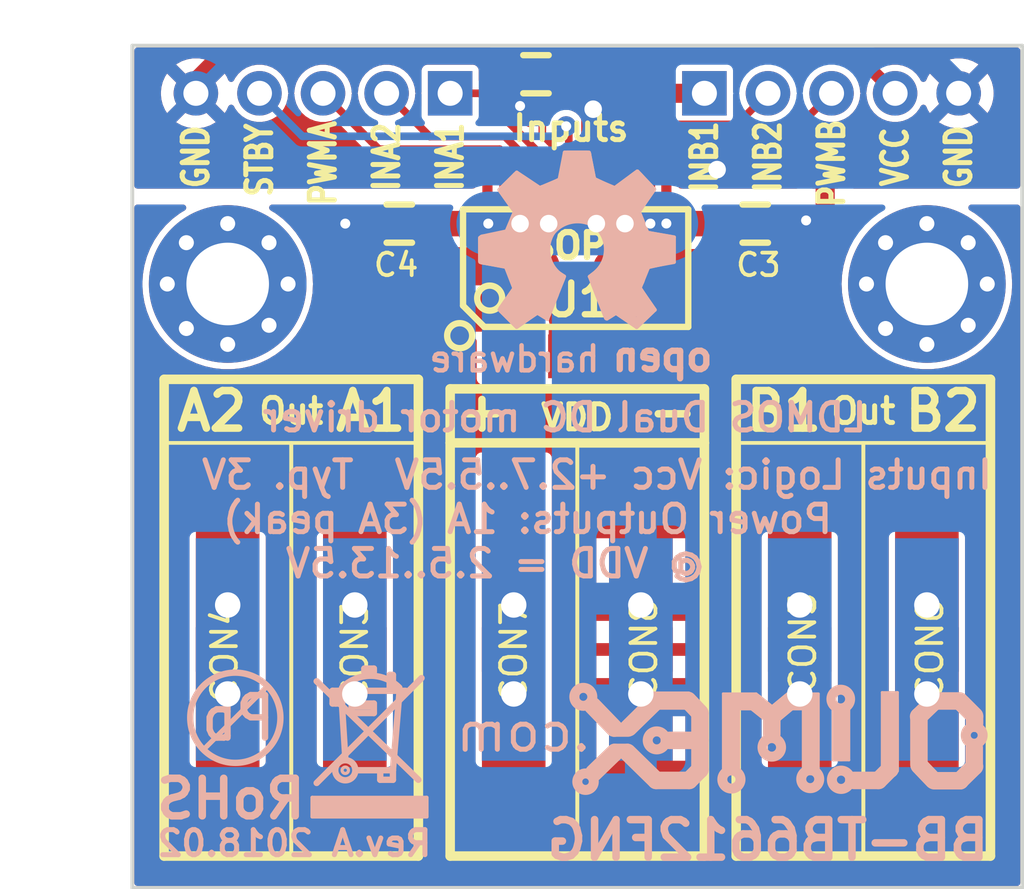
<source format=kicad_pcb>
(kicad_pcb (version 20221018) (generator pcbnew)
  (layers (0 "F.Cu" signal) (31 "B.Cu" signal) (34 "B.Paste" user) (35 "F.Paste" user) (36 "B.SilkS" user "B.Silkscreen") (37 "F.SilkS" user "F.Silkscreen") (38 "B.Mask" user) (39 "F.Mask" user) (44 "Edge.Cuts" user))
  (net 0 "")
  (net 1 "/GND")
  (net 2 "/VCC")
  (net 3 "/PGND")
  (net 4 "/VDD")
  (net 5 "/AIN1")
  (net 6 "/AIN2")
  (net 7 "/PWMA")
  (net 8 "/STBY")
  (net 9 "/PWMB")
  (net 10 "/BIN2")
  (net 11 "/BIN1")
  (net 12 "/AO1")
  (net 13 "/AO2")
  (net 14 "/BO1")
  (net 15 "/BO2")
  (footprint "OLIMEX_RLC-FP:C_0603_5MIL_DWS" (layer "F.Cu") (at 144.399 65.913 180)
    (fp_text reference "C2" hide)
    (fp_text value "10uF/25V")
    (pad "1" smd rect (at -0.889 0 180) (size 1.016 1.016) (layers "F.Cu" "F.Paste" "F.Mask") (net 2 "/VCC") (clearance 0.0508))
    (pad "2" smd rect (at 0.889 0 180) (size 1.016 1.016) (layers "F.Cu" "F.Paste" "F.Mask") (net 1 "/GND") (clearance 0.0508))
  )
  (footprint "OLIMEX_RLC-FP:C_0603_5MIL_DWS" (layer "F.Cu") (at 153.162 71.882)
    (fp_text reference "C3" (at 0.127 1.651) (layer "F.SilkS") (effects (font (size 0.9 0.9))))
    (fp_text value "10uF/25V")
    (pad "1" smd rect (at -0.889 0) (size 1.016 1.016) (layers "F.Cu" "F.Paste" "F.Mask") (net 4 "/VDD") (clearance 0.0508))
    (pad "2" smd rect (at 0.889 0) (size 1.016 1.016) (layers "F.Cu" "F.Paste" "F.Mask") (net 3 "/PGND") (clearance 0.0508))
  )
  (footprint "OLIMEX_RLC-FP:C_0603_5MIL_DWS" (layer "F.Cu") (at 138.938 71.882 180)
    (fp_text reference "C4" (at 0.127 -1.651) (layer "F.SilkS") (effects (font (size 0.9 0.9))))
    (fp_text value "10uF/25V")
    (pad "1" smd rect (at -0.889 0 180) (size 1.016 1.016) (layers "F.Cu" "F.Paste" "F.Mask") (net 4 "/VDD") (clearance 0.0508))
    (pad "2" smd rect (at 0.889 0 180) (size 1.016 1.016) (layers "F.Cu" "F.Paste" "F.Mask") (net 3 "/PGND") (clearance 0.0508))
  )
  (footprint "OLIMEX_Connectors-FP:HN1x5" (layer "F.Cu") (at 135.89 66.675 180)
    (fp_text reference "CON1" hide)
    (fp_text value "INA")
    (pad "1" thru_hole rect (at -5.08 0 180) (size 1.778 1.778) (drill 1) (layers "*.Cu" "*.Mask") (net 5 "/AIN1"))
    (pad "2" thru_hole circle (at -2.54 0 180) (size 1.778 1.778) (drill 1) (layers "*.Cu" "*.Mask") (net 6 "/AIN2"))
    (pad "3" thru_hole circle (at 0 0 180) (size 1.778 1.778) (drill 1) (layers "*.Cu" "*.Mask") (net 7 "/PWMA"))
    (pad "4" thru_hole circle (at 2.54 0 180) (size 1.778 1.778) (drill 1) (layers "*.Cu" "*.Mask") (net 8 "/STBY"))
    (pad "5" thru_hole circle (at 5.08 0 180) (size 1.778 1.778) (drill 1) (layers "*.Cu" "*.Mask") (net 1 "/GND"))
  )
  (footprint "OLIMEX_Connectors-FP:HN1x5" (layer "F.Cu") (at 156.21 66.675)
    (fp_text reference "CON2" hide)
    (fp_text value "INB")
    (pad "1" thru_hole rect (at -5.08 0) (size 1.778 1.778) (drill 1) (layers "*.Cu" "*.Mask") (net 11 "/BIN1"))
    (pad "2" thru_hole circle (at -2.54 0) (size 1.778 1.778) (drill 1) (layers "*.Cu" "*.Mask") (net 10 "/BIN2"))
    (pad "3" thru_hole circle (at 0 0) (size 1.778 1.778) (drill 1) (layers "*.Cu" "*.Mask") (net 9 "/PWMB"))
    (pad "4" thru_hole circle (at 2.54 0) (size 1.778 1.778) (drill 1) (layers "*.Cu" "*.Mask") (net 2 "/VCC"))
    (pad "5" thru_hole circle (at 5.08 0) (size 1.778 1.778) (drill 1) (layers "*.Cu" "*.Mask") (net 1 "/GND"))
  )
  (footprint "N1_SMD" (layer "F.Cu") (at 137.16 88.9 90)
    (fp_text reference "CON3" (at -0.127 0 90) (layer "F.SilkS"))
    (fp_text value "AO1")
    (pad "1" smd rect (at -5.08 0 90) (size 5.08 2.032) (layers "F.Cu" "F.Paste" "F.Mask") (net 12 "/AO1"))
    (pad "1" thru_hole rect (at -1.778 0 90) (size 5.334 2.54) (drill 1.016) (layers "*.Cu") (net 12 "/AO1"))
    (pad "1" smd rect (at 0 0 90) (size 15.24 2.54) (layers "F.Cu") (net 12 "/AO1"))
    (pad "1" thru_hole rect (at 1.778 0 90) (size 5.334 2.54) (drill 1.016) (layers "*.Cu") (net 12 "/AO1"))
    (pad "1" smd rect (at 5.08 0 90) (size 5.08 2.032) (layers "F.Cu" "F.Paste" "F.Mask") (net 12 "/AO1"))
  )
  (footprint "OLIMEX_Connectors-FP:N1_SMD" (layer "F.Cu") (at 132.08 88.9 90)
    (fp_text reference "CON4" (at -0.127 -0.127 90) (layer "F.SilkS"))
    (fp_text value "AO2")
    (pad "1" smd rect (at -5.08 0 90) (size 5.08 2.032) (layers "F.Cu" "F.Paste" "F.Mask") (net 13 "/AO2"))
    (pad "1" thru_hole rect (at -1.778 0 90) (size 5.334 2.54) (drill 1.016) (layers "*.Cu") (net 13 "/AO2"))
    (pad "1" smd rect (at 0 0 90) (size 15.24 2.54) (layers "F.Cu") (net 13 "/AO2"))
    (pad "1" thru_hole rect (at 1.778 0 90) (size 5.334 2.54) (drill 1.016) (layers "*.Cu") (net 13 "/AO2"))
    (pad "1" smd rect (at 5.08 0 90) (size 5.08 2.032) (layers "F.Cu" "F.Paste" "F.Mask") (net 13 "/AO2"))
  )
  (footprint "OLIMEX_Connectors-FP:N1_SMD" (layer "F.Cu") (at 154.94 88.9 90)
    (fp_text reference "CON5" (at 0.254 0.127 90) (layer "F.SilkS"))
    (fp_text value "BO1")
    (pad "1" smd rect (at -5.08 0 90) (size 5.08 2.032) (layers "F.Cu" "F.Paste" "F.Mask") (net 14 "/BO1"))
    (pad "1" thru_hole rect (at -1.778 0 90) (size 5.334 2.54) (drill 1.016) (layers "*.Cu") (net 14 "/BO1"))
    (pad "1" smd rect (at 0 0 90) (size 15.24 2.54) (layers "F.Cu") (net 14 "/BO1"))
    (pad "1" thru_hole rect (at 1.778 0 90) (size 5.334 2.54) (drill 1.016) (layers "*.Cu") (net 14 "/BO1"))
    (pad "1" smd rect (at 5.08 0 90) (size 5.08 2.032) (layers "F.Cu" "F.Paste" "F.Mask") (net 14 "/BO1"))
  )
  (footprint "OLIMEX_Connectors-FP:N1_SMD" (layer "F.Cu") (at 160.02 88.9 90)
    (fp_text reference "CON6" (at 0 0.127 90) (layer "F.SilkS"))
    (fp_text value "BO2")
    (pad "1" smd rect (at -5.08 0 90) (size 5.08 2.032) (layers "F.Cu" "F.Paste" "F.Mask") (net 15 "/BO2"))
    (pad "1" thru_hole rect (at -1.778 0 90) (size 5.334 2.54) (drill 1.016) (layers "*.Cu") (net 15 "/BO2"))
    (pad "1" smd rect (at 0 0 90) (size 15.24 2.54) (layers "F.Cu") (net 15 "/BO2"))
    (pad "1" thru_hole rect (at 1.778 0 90) (size 5.334 2.54) (drill 1.016) (layers "*.Cu") (net 15 "/BO2"))
    (pad "1" smd rect (at 5.08 0 90) (size 5.08 2.032) (layers "F.Cu" "F.Paste" "F.Mask") (net 15 "/BO2"))
  )
  (footprint "OLIMEX_Connectors-FP:N1_SMD" (layer "F.Cu") (at 143.51 88.9 90)
    (fp_text reference "CON7" (at -0.127 0 90) (layer "F.SilkS"))
    (fp_text value "VDD")
    (pad "1" smd rect (at -5.08 0 90) (size 5.08 2.032) (layers "F.Cu" "F.Paste" "F.Mask") (net 4 "/VDD"))
    (pad "1" thru_hole rect (at -1.778 0 90) (size 5.334 2.54) (drill 1.016) (layers "*.Cu") (net 4 "/VDD"))
    (pad "1" smd rect (at 0 0 90) (size 15.24 2.54) (layers "F.Cu") (net 4 "/VDD"))
    (pad "1" thru_hole rect (at 1.778 0 90) (size 5.334 2.54) (drill 1.016) (layers "*.Cu") (net 4 "/VDD"))
    (pad "1" smd rect (at 5.08 0 90) (size 5.08 2.032) (layers "F.Cu" "F.Paste" "F.Mask") (net 4 "/VDD"))
  )
  (footprint "OLIMEX_Connectors-FP:N1_SMD" (layer "F.Cu") (at 148.59 88.9 90)
    (fp_text reference "CON8" (at 0 0.127 90) (layer "F.SilkS"))
    (fp_text value "PGND")
    (pad "1" smd rect (at -5.08 0 90) (size 5.08 2.032) (layers "F.Cu" "F.Paste" "F.Mask") (net 3 "/PGND"))
    (pad "1" thru_hole rect (at -1.778 0 90) (size 5.334 2.54) (drill 1.016) (layers "*.Cu") (net 3 "/PGND"))
    (pad "1" smd rect (at 0 0 90) (size 15.24 2.54) (layers "F.Cu") (net 3 "/PGND"))
    (pad "1" thru_hole rect (at 1.778 0 90) (size 5.334 2.54) (drill 1.016) (layers "*.Cu") (net 3 "/PGND"))
    (pad "1" smd rect (at 5.08 0 90) (size 5.08 2.032) (layers "F.Cu" "F.Paste" "F.Mask") (net 3 "/PGND"))
  )
  (footprint "OLIMEX_IC-FP:SSOP24" (layer "F.Cu") (at 146.05 73.66)
    (fp_text reference "U1" (at 0 1.27) (layer "F.SilkS") (effects (font (size 1.27 1.27) (thickness 0.254))))
    (fp_text value "TB6612FNG")
    (fp_text user "SSOP24" (at 0.127 -0.889) (layer "F.SilkS") (effects (font (thickness 0.25))))
    (pad "1" smd rect (at -3.59 3.525) (size 0.35 1.75) (layers "F.Cu" "F.Paste" "F.Mask") (net 12 "/AO1"))
    (pad "2" smd rect (at -2.94 3.525) (size 0.35 1.75) (layers "F.Cu" "F.Paste" "F.Mask") (net 12 "/AO1"))
    (pad "3" smd rect (at -2.29 3.525) (size 0.35 1.75) (layers "F.Cu" "F.Paste" "F.Mask") (net 3 "/PGND"))
    (pad "4" smd rect (at -1.64 3.525) (size 0.35 1.75) (layers "F.Cu" "F.Paste" "F.Mask") (net 3 "/PGND"))
    (pad "5" smd rect (at -0.99 3.525) (size 0.35 1.75) (layers "F.Cu" "F.Paste" "F.Mask") (net 13 "/AO2"))
    (pad "6" smd rect (at -0.34 3.525) (size 0.35 1.75) (layers "F.Cu" "F.Paste" "F.Mask") (net 13 "/AO2"))
    (pad "7" smd rect (at 0.31 3.525) (size 0.35 1.75) (layers "F.Cu" "F.Paste" "F.Mask") (net 15 "/BO2"))
    (pad "8" smd rect (at 0.96 3.525) (size 0.35 1.75) (layers "F.Cu" "F.Paste" "F.Mask") (net 15 "/BO2"))
    (pad "9" smd rect (at 1.61 3.525) (size 0.35 1.75) (layers "F.Cu" "F.Paste" "F.Mask") (net 3 "/PGND"))
    (pad "10" smd rect (at 2.26 3.525) (size 0.35 1.75) (layers "F.Cu" "F.Paste" "F.Mask") (net 3 "/PGND"))
    (pad "11" smd rect (at 2.91 3.525) (size 0.35 1.75) (layers "F.Cu" "F.Paste" "F.Mask") (net 14 "/BO1"))
    (pad "12" smd rect (at 3.56 3.525) (size 0.35 1.75) (layers "F.Cu" "F.Paste" "F.Mask") (net 14 "/BO1"))
    (pad "13" smd rect (at 3.56 -3.525) (size 0.35 1.75) (layers "F.Cu" "F.Paste" "F.Mask") (net 4 "/VDD"))
    (pad "14" smd rect (at 2.91 -3.525) (size 0.35 1.75) (layers "F.Cu" "F.Paste" "F.Mask") (net 4 "/VDD"))
    (pad "15" smd rect (at 2.26 -3.525) (size 0.35 1.75) (layers "F.Cu" "F.Paste" "F.Mask") (net 9 "/PWMB"))
    (pad "16" smd rect (at 1.61 -3.525) (size 0.35 1.75) (layers "F.Cu" "F.Paste" "F.Mask") (net 10 "/BIN2"))
    (pad "17" smd rect (at 0.96 -3.525) (size 0.35 1.75) (layers "F.Cu" "F.Paste" "F.Mask") (net 11 "/BIN1"))
    (pad "18" smd rect (at 0.31 -3.525) (size 0.35 1.75) (layers "F.Cu" "F.Paste" "F.Mask") (net 1 "/GND"))
    (pad "19" smd rect (at -0.34 -3.525) (size 0.35 1.75) (layers "F.Cu" "F.Paste" "F.Mask") (net 8 "/STBY"))
    (pad "20" smd rect (at -0.99 -3.525) (size 0.35 1.75) (layers "F.Cu" "F.Paste" "F.Mask") (net 2 "/VCC"))
    (pad "21" smd rect (at -1.64 -3.525) (size 0.35 1.75) (layers "F.Cu" "F.Paste" "F.Mask") (net 5 "/AIN1"))
    (pad "22" smd rect (at -2.29 -3.525) (size 0.35 1.75) (layers "F.Cu" "F.Paste" "F.Mask") (net 6 "/AIN2"))
    (pad "23" smd rect (at -2.94 -3.525) (size 0.35 1.75) (layers "F.Cu" "F.Paste" "F.Mask") (net 7 "/PWMA"))
    (pad "24" smd rect (at -3.59 -3.525) (size 0.35 1.75) (layers "F.Cu" "F.Paste" "F.Mask") (net 4 "/VDD"))
  )
  (footprint "OLIMEX_Other-FP:Mounting_hole_Shield_3.3mm" (layer "F.Cu") (at 132.08 74.295)
    (fp_text reference "MountingHoleShield**" hide)
    (fp_text value "Mounting_hole_Shield_3.3mm" hide)
    (pad "GND1" thru_hole circle (at -2.413 0) (size 1.2 1.2) (drill 0.6) (layers "*.Cu" "*.Mask"))
    (pad "GND1" thru_hole circle (at -1.651 -1.651) (size 1.2 1.2) (drill 0.6) (layers "*.Cu" "*.Mask"))
    (pad "GND1" thru_hole circle (at -1.651 1.778) (size 1.2 1.2) (drill 0.6) (layers "*.Cu" "*.Mask"))
    (pad "GND1" thru_hole circle (at 0 -2.413) (size 1.2 1.2) (drill 0.6) (layers "*.Cu" "*.Mask"))
    (pad "GND1" thru_hole circle (at 0 0) (size 6.3 6.3) (drill 3.3) (layers "*.Cu" "*.Mask"))
    (pad "GND1" thru_hole circle (at 0 2.413) (size 1.2 1.2) (drill 0.6) (layers "*.Cu" "*.Mask"))
    (pad "GND1" thru_hole circle (at 1.651 -1.651) (size 1.2 1.2) (drill 0.6) (layers "*.Cu" "*.Mask"))
    (pad "GND1" thru_hole circle (at 1.651 1.651) (size 1.2 1.2) (drill 0.6) (layers "*.Cu" "*.Mask"))
    (pad "GND1" thru_hole circle (at 2.413 0) (size 1.2 1.2) (drill 0.6) (layers "*.Cu" "*.Mask"))
  )
  (footprint "OLIMEX_Other-FP:Mounting_hole_Shield_3.3mm" (layer "F.Cu") (at 160.02 74.295)
    (fp_text reference "MountingHoleShield**" hide)
    (fp_text value "Mounting_hole_Shield_3.3mm" hide)
    (pad "GND1" thru_hole circle (at -2.413 0) (size 1.2 1.2) (drill 0.6) (layers "*.Cu" "*.Mask"))
    (pad "GND1" thru_hole circle (at -1.651 -1.651) (size 1.2 1.2) (drill 0.6) (layers "*.Cu" "*.Mask"))
    (pad "GND1" thru_hole circle (at -1.651 1.778) (size 1.2 1.2) (drill 0.6) (layers "*.Cu" "*.Mask"))
    (pad "GND1" thru_hole circle (at 0 -2.413) (size 1.2 1.2) (drill 0.6) (layers "*.Cu" "*.Mask"))
    (pad "GND1" thru_hole circle (at 0 0) (size 6.3 6.3) (drill 3.3) (layers "*.Cu" "*.Mask"))
    (pad "GND1" thru_hole circle (at 0 2.413) (size 1.2 1.2) (drill 0.6) (layers "*.Cu" "*.Mask"))
    (pad "GND1" thru_hole circle (at 1.651 -1.651) (size 1.2 1.2) (drill 0.6) (layers "*.Cu" "*.Mask"))
    (pad "GND1" thru_hole circle (at 1.651 1.651) (size 1.2 1.2) (drill 0.6) (layers "*.Cu" "*.Mask"))
    (pad "GND1" thru_hole circle (at 2.413 0) (size 1.2 1.2) (drill 0.6) (layers "*.Cu" "*.Mask"))
  )
  (footprint "OLIMEX_Other-FP:via_09_07" (layer "F.Cu") (at 143.764 71.882)
    (fp_text reference "Ref**" hide)
    (fp_text value "Val**")
    (pad "0" thru_hole circle (at 0 0) (size 0.9 0.9) (drill 0.7) (layers "*.Cu") (net 4 "/VDD"))
  )
  (footprint "OLIMEX_Other-FP:via_09_07" (layer "F.Cu") (at 144.907 71.882)
    (fp_text reference "Ref**" hide)
    (fp_text value "Val**")
    (pad "0" thru_hole circle (at 0 0) (size 0.9 0.9) (drill 0.7) (layers "*.Cu") (net 4 "/VDD"))
  )
  (footprint "OLIMEX_Other-FP:via_09_07" (layer "F.Cu") (at 146.812 71.882)
    (fp_text reference "Ref**" hide)
    (fp_text value "Val**")
    (pad "0" thru_hole circle (at 0 0) (size 0.9 0.9) (drill 0.7) (layers "*.Cu") (net 4 "/VDD"))
  )
  (footprint "OLIMEX_Other-FP:via_09_07" (layer "F.Cu") (at 147.955 71.882)
    (fp_text reference "Ref**" hide)
    (fp_text value "Val**")
    (pad "0" thru_hole circle (at 0 0) (size 0.9 0.9) (drill 0.7) (layers "*.Cu") (net 4 "/VDD"))
  )
  (footprint "OLIMEX_RLC-FP:R_0603_5MIL_0R(Board_Mounted)" (layer "F.Cu") (at 155.956 70.866 -90)
    (fp_text reference "R1" hide)
    (fp_text value "0R")
    (fp_line (start -0.889 0) (end 0.889 0) (stroke (width 0.762)) (layer "F.Cu"))
    (pad "1" smd rect (at -0.889 0 270) (size 1.016 1.016) (layers "F.Cu") (net 1 "/GND"))
    (pad "2" smd rect (at 0.889 0 270) (size 1.016 1.016) (layers "F.Cu") (net 3 "/PGND"))
  )
  (footprint "OLIMEX_Other-FP:via_09_07" (layer "F.Cu") (at 146.685 67.31)
    (fp_text reference "Ref**" hide)
    (fp_text value "Val**")
    (pad "0" thru_hole circle (at 0 0) (size 0.9 0.9) (drill 0.7) (layers "*.Cu") (net 1 "/GND"))
  )
  (footprint "OLIMEX_Other-FP:via_09_07" (layer "F.Cu") (at 151.638 69.723)
    (fp_text reference "Ref**" hide)
    (fp_text value "Val**")
    (pad "0" thru_hole circle (at 0 0) (size 0.9 0.9) (drill 0.7) (layers "*.Cu") (net 1 "/GND"))
  )
  (footprint "OLIMEX_LOGOs-FP:LOGO_OPENHARDWARE_8x8" (layer "B.Cu") (at 146.05 73.025 180)
    (fp_text reference "" hide)
    (fp_text value "" hide)
    (fp_text user "open" (at -3.40106 -4.17576) (layer "B.SilkS") (effects (font (size 1.1 1.1) (thickness 0.254)) (justify mirror)))
    (fp_text user "hardware" (at 2.51206 -4.2672) (layer "B.SilkS") (effects (font (thickness 0.18)) (justify mirror)))
  )
  (footprint "OLIMEX_LOGOs-FP:OLIMEX_LOGO_TB" (layer "B.Cu") (at 153.924 92.456 180)
    (fp_text reference "" hide)
    (fp_text value "" hide)
  )
  (footprint "OLIMEX_LOGOs-FP:LOGO_PBFREE" (layer "B.Cu") (at 132.588 91.313)
    (fp_text reference "")
    (fp_text value "")
    (fp_text user "Pb" (at -0.08636 0.33528) (layer "B.SilkS") (effects (font (size 1.7 1.5) (thickness 0.254)) (justify mirror)))
  )
  (footprint "OLIMEX_LOGOs-FP:LOGO_RECYCLEBIN_1" (layer "B.Cu") (at 140.081 95.631 180)
    (fp_text reference "" hide)
    (fp_text value "" hide)
  )
  (gr_line (start 162.56 78.105) (end 162.56 97.155) (stroke (width 0.381)) (layer "F.SilkS"))
  (gr_line (start 139.7 78.105) (end 139.7 97.155) (stroke (width 0.381)) (layer "F.SilkS"))
  (gr_line (start 129.54 97.155) (end 129.54 78.105) (stroke (width 0.381)) (layer "F.SilkS"))
  (gr_line (start 140.97 80.645) (end 140.97 78.486) (stroke (width 0.381)) (layer "F.SilkS"))
  (gr_line (start 152.4 97.155) (end 152.4 78.105) (stroke (width 0.381)) (layer "F.SilkS"))
  (gr_line (start 129.54 78.105) (end 139.7 78.105) (stroke (width 0.381)) (layer "F.SilkS"))
  (gr_line (start 139.7 97.155) (end 129.54 97.155) (stroke (width 0.381)) (layer "F.SilkS"))
  (gr_line (start 140.97 97.155) (end 140.97 80.645) (stroke (width 0.381)) (layer "F.SilkS"))
  (gr_line (start 151.13 97.155) (end 140.97 97.155) (stroke (width 0.381)) (layer "F.SilkS"))
  (gr_line (start 151.13 78.486) (end 151.13 80.645) (stroke (width 0.381)) (layer "F.SilkS"))
  (gr_line (start 140.97 80.645) (end 151.13 80.645) (stroke (width 0.381)) (layer "F.SilkS"))
  (gr_line (start 152.4 78.105) (end 162.56 78.105) (stroke (width 0.381)) (layer "F.SilkS"))
  (gr_line (start 140.97 78.486) (end 151.13 78.486) (stroke (width 0.381)) (layer "F.SilkS"))
  (gr_line (start 151.13 80.645) (end 151.13 97.155) (stroke (width 0.381)) (layer "F.SilkS"))
  (gr_line (start 162.56 97.155) (end 152.4 97.155) (stroke (width 0.381)) (layer "F.SilkS"))
  (gr_line (start 163.83 64.77) (end 163.83 98.425) (stroke (width 0.15)) (layer "Edge.Cuts"))
  (gr_line (start 128.27 64.77) (end 163.83 64.77) (stroke (width 0.15)) (layer "Edge.Cuts"))
  (gr_line (start 128.27 98.425) (end 128.27 64.77) (stroke (width 0.15)) (layer "Edge.Cuts"))
  (gr_line (start 163.83 98.425) (end 128.27 98.425) (stroke (width 0.15)) (layer "Edge.Cuts"))
  (gr_text "Inputs Logic: Vcc +2.7..5.5V  Typ. 3V\nPower Outputs: 1A (3A peak) \n@ VDD = 2.5..13.5V    " (at 130.937 83.693) (layer "B.SilkS") (effects (font (size 1.1 1.1) (thickness 0.2)) (justify right mirror)))
  (gr_text ".com" (at 143.891 92.202) (layer "B.SilkS") (effects (font (size 1.5 1.5) (thickness 0.2)) (justify mirror)))
  (gr_text "Rev.A 2018.02" (at 134.747 96.647) (layer "B.SilkS") (effects (font (size 1 1) (thickness 0.2)) (justify mirror)))
  (gr_text "RoHS" (at 132.207 94.869) (layer "B.SilkS") (effects (font (size 1.5 1.5) (thickness 0.3)) (justify mirror)))
  (gr_text "BB-TB6612FNG" (at 153.67 96.52) (layer "B.SilkS") (effects (font (size 1.5 1.5) (thickness 0.3)) (justify mirror)))
  (gr_text "LDMOS Dual DC motor driver" (at 145.542 79.629) (layer "B.SilkS") (effects (font (size 1.1 1.1) (thickness 0.2)) (justify mirror)))
  (gr_text "VDD" (at 146.05 79.629) (layer "F.SilkS") (effects (font (size 1 1) (thickness 0.2))))
  (gr_text "Inputs" (at 145.796 68.072) (layer "F.SilkS") (effects (font (size 1 1) (thickness 0.2))))
  (gr_text "PWMA" (at 135.89 69.469 90) (layer "F.SilkS") (effects (font (size 1 0.8) (thickness 0.2))))
  (gr_text "INA2" (at 138.43 69.215 90) (layer "F.SilkS") (effects (font (size 1 0.8) (thickness 0.2))))
  (gr_text "INA1" (at 140.97 69.215 90) (layer "F.SilkS") (effects (font (size 1 0.8) (thickness 0.2))))
  (gr_text "PWMB" (at 156.21 69.469 90) (layer "F.SilkS") (effects (font (size 1 0.8) (thickness 0.2))))
  (gr_text "INB2" (at 153.67 69.215 90) (layer "F.SilkS") (effects (font (size 1 0.8) (thickness 0.2))))
  (gr_text "INB1" (at 151.13 69.215 90) (layer "F.SilkS") (effects (font (size 1 0.8) (thickness 0.2))))
  (gr_text "STBY" (at 133.35 69.342 90) (layer "F.SilkS") (effects (font (size 1 0.8) (thickness 0.2))))
  (gr_text "GND" (at 130.81 69.215 90) (layer "F.SilkS") (effects (font (size 1 0.8) (thickness 0.2))))
  (gr_text "GND" (at 161.29 69.215 90) (layer "F.SilkS") (effects (font (size 1 0.8) (thickness 0.2))))
  (gr_text "VCC" (at 158.75 69.215 90) (layer "F.SilkS") (effects (font (size 1 0.8) (thickness 0.2))))
  (gr_text "B2" (at 160.655 79.375) (layer "F.SilkS") (effects (font (size 1.5 1.5) (thickness 0.3))))
  (gr_text "Out" (at 134.62 79.375) (layer "F.SilkS") (effects (font (size 1 1) (thickness 0.2))))
  (gr_text "B1" (at 154.305 79.375) (layer "F.SilkS") (effects (font (size 1.5 1.5) (thickness 0.3))))
  (gr_text "A1" (at 137.795 79.375) (layer "F.SilkS") (effects (font (size 1.5 1.5) (thickness 0.3))))
  (gr_text "A2" (at 131.445 79.375) (layer "F.SilkS") (effects (font (size 1.5 1.5) (thickness 0.3))))
  (gr_text "Out" (at 157.48 79.375) (layer "F.SilkS") (effects (font (size 1 1) (thickness 0.2))))
  (gr_text "+" (at 142.24 79.375) (layer "F.SilkS") (effects (font (size 1.5 1.5) (thickness 0.3))))
  (gr_text "-" (at 149.86 79.375) (layer "F.SilkS") (effects (font (size 1.5 1.5) (thickness 0.3))))
  (segment (start 146.36 70.135) (end 146.36 67.635) (width 0.3048) (layer "F.Cu") (net 1))
  (segment (start 155.956 69.977) (end 151.892 69.977) (width 0.508) (layer "F.Cu") (net 1))
  (segment (start 143.764 67.183) (end 143.764 66.167) (width 0.3048) (layer "F.Cu") (net 1))
  (segment (start 143.764 66.167) (end 143.51 65.913) (width 0.3048) (layer "F.Cu") (net 1))
  (segment (start 130.175 66.675) (end 131.699 65.151) (width 0.508) (layer "F.Cu") (net 1))
  (segment (start 142.748 65.151) (end 143.51 65.913) (width 0.508) (layer "F.Cu") (net 1))
  (segment (start 146.36 67.635) (end 146.685 67.31) (width 0.3048) (layer "F.Cu") (net 1))
  (segment (start 131.699 65.151) (end 142.748 65.151) (width 0.508) (layer "F.Cu") (net 1))
  (via (at 143.764 67.183) (size 0.8) (drill 0.4) (layers "F.Cu" "B.Cu") (net 1))
  (segment (start 161.925 66.675) (end 160.401 65.151) (width 0.508) (layer "B.Cu") (net 1))
  (segment (start 146.685 66.04) (end 146.685 67.31) (width 0.508) (layer "B.Cu") (net 1))
  (segment (start 147.574 65.151) (end 146.685 66.04) (width 0.508) (layer "B.Cu") (net 1))
  (segment (start 146.685 67.31) (end 146.558 67.183) (width 0.3048) (layer "B.Cu") (net 1))
  (segment (start 160.401 65.151) (end 147.574 65.151) (width 0.508) (layer "B.Cu") (net 1))
  (segment (start 146.558 67.183) (end 143.764 67.183) (width 0.3048) (layer "B.Cu") (net 1))
  (segment (start 148.082 65.913) (end 145.288 65.913) (width 0.508) (layer "F.Cu") (net 2))
  (segment (start 148.844 65.151) (end 148.082 65.913) (width 0.508) (layer "F.Cu") (net 2))
  (segment (start 145.288 66.929) (end 145.034 67.183) (width 0.508) (layer "F.Cu") (net 2))
  (segment (start 148.844 65.151) (end 157.226 65.151) (width 0.508) (layer "F.Cu") (net 2))
  (segment (start 145.06 70.135) (end 145.06 68.733) (width 0.3048) (layer "F.Cu") (net 2))
  (segment (start 144.653 68.326) (end 144.653 67.564) (width 0.3048) (layer "F.Cu") (net 2))
  (segment (start 145.06 68.733) (end 144.653 68.326) (width 0.3048) (layer "F.Cu") (net 2))
  (segment (start 145.288 65.913) (end 145.288 66.929) (width 0.508) (layer "F.Cu") (net 2))
  (segment (start 144.653 67.564) (end 145.034 67.183) (width 0.3048) (layer "F.Cu") (net 2))
  (segment (start 157.226 65.151) (end 158.75 66.675) (width 0.508) (layer "F.Cu") (net 2))
  (segment (start 143.764 78.994) (end 144.399 78.994) (width 0.508) (layer "F.Cu") (net 3))
  (segment (start 148.59 90.678) (end 150.368 90.678) (width 1.27) (layer "F.Cu") (net 3))
  (segment (start 147.66 78.953) (end 147.701 78.994) (width 0.508) (layer "F.Cu") (net 3))
  (segment (start 148.59 87.122) (end 146.812 87.122) (width 1.27) (layer "F.Cu") (net 3))
  (segment (start 148.59 93.98) (end 148.59 97.409) (width 1.27) (layer "F.Cu") (net 3))
  (segment (start 148.59 90.678) (end 146.685 90.678) (width 1.27) (layer "F.Cu") (net 3))
  (segment (start 147.66 77.185) (end 147.66 78.953) (width 0.4064) (layer "F.Cu") (net 3))
  (segment (start 148.59 83.82) (end 150.495 83.82) (width 1.27) (layer "F.Cu") (net 3))
  (segment (start 148.59 83.82) (end 146.812 83.82) (width 1.27) (layer "F.Cu") (net 3))
  (segment (start 148.336 78.428202) (end 148.31 78.402202) (width 0.508) (layer "F.Cu") (net 3))
  (segment (start 148.59 87.122) (end 150.368 87.122) (width 1.27) (layer "F.Cu") (net 3))
  (segment (start 138.049 71.882) (end 136.779 71.882) (width 0.508) (layer "F.Cu") (net 3))
  (segment (start 155.067 71.882) (end 155.194 71.755) (width 0.508) (layer "F.Cu") (net 3))
  (segment (start 144.41 77.185) (end 144.41 78.983) (width 0.4064) (layer "F.Cu") (net 3))
  (segment (start 148.336 78.994) (end 148.336 78.428202) (width 0.508) (layer "F.Cu") (net 3))
  (segment (start 143.76 78.568) (end 143.764 78.572) (width 0.508) (layer "F.Cu") (net 3))
  (segment (start 148.59 93.98) (end 150.368 93.98) (width 1.27) (layer "F.Cu") (net 3))
  (segment (start 148.31 78.402202) (end 148.31 77.185) (width 0.4064) (layer "F.Cu") (net 3))
  (segment (start 154.051 71.882) (end 155.067 71.882) (width 0.508) (layer "F.Cu") (net 3))
  (segment (start 147.701 78.994) (end 148.336 78.994) (width 0.508) (layer "F.Cu") (net 3))
  (segment (start 148.59 93.98) (end 146.812 93.98) (width 1.27) (layer "F.Cu") (net 3))
  (segment (start 143.764 78.994) (end 148.336 78.994) (width 1.27) (layer "F.Cu") (net 3))
  (segment (start 144.41 78.983) (end 144.399 78.994) (width 0.508) (layer "F.Cu") (net 3))
  (segment (start 144.399 78.994) (end 147.701 78.994) (width 0.508) (layer "F.Cu") (net 3))
  (segment (start 148.59 83.82) (end 148.59 79.248) (width 1.27) (layer "F.Cu") (net 3))
  (segment (start 143.764 78.572) (end 143.764 78.994) (width 0.508) (layer "F.Cu") (net 3))
  (segment (start 148.59 79.248) (end 148.336 78.994) (width 1.27) (layer "F.Cu") (net 3))
  (segment (start 143.76 77.185) (end 143.76 78.568) (width 0.4064) (layer "F.Cu") (net 3))
  (via (at 155.194 71.755) (size 0.8) (drill 0.4) (layers "F.Cu" "B.Cu") (net 3))
  (via (at 136.779 71.882) (size 0.8) (drill 0.4) (layers "F.Cu" "B.Cu") (net 3))
  (segment (start 148.59 86.868) (end 150.749 86.868) (width 1.27) (layer "B.Cu") (net 3))
  (segment (start 148.59 86.868) (end 146.685 86.868) (width 1.27) (layer "B.Cu") (net 3))
  (segment (start 148.59 90.932) (end 146.812 90.932) (width 1.27) (layer "B.Cu") (net 3))
  (segment (start 148.59 90.932) (end 150.495 90.932) (width 1.27) (layer "B.Cu") (net 3))
  (segment (start 148.59 90.932) (end 148.59 94.107) (width 1.27) (layer "B.Cu") (net 3))
  (segment (start 148.59 86.868) (end 148.59 83.693) (width 1.27) (layer "B.Cu") (net 3))
  (segment (start 152.269 71.878) (end 152.273 71.882) (width 0.762) (layer "F.Cu") (net 4))
  (segment (start 148.971 71.882) (end 149.606 71.882) (width 0.762) (layer "F.Cu") (net 4))
  (segment (start 143.764 71.882) (end 144.907 71.882) (width 0.508) (layer "F.Cu") (net 4))
  (segment (start 148.96 71.871) (end 148.971 71.882) (width 0.508) (layer "F.Cu") (net 4))
  (segment (start 142.46 71.848) (end 142.494 71.882) (width 0.508) (layer "F.Cu") (net 4))
  (segment (start 146.812 71.882) (end 147.955 71.882) (width 0.508) (layer "F.Cu") (net 4))
  (segment (start 142.494 71.882) (end 140.716 71.882) (width 0.762) (layer "F.Cu") (net 4))
  (segment (start 142.46 70.135) (end 142.46 71.848) (width 0.4064) (layer "F.Cu") (net 4))
  (segment (start 148.96 70.135) (end 148.96 71.871) (width 0.4064) (layer "F.Cu") (net 4))
  (segment (start 139.827 71.882) (end 152.146 71.882) (width 1.016) (layer "F.Cu") (net 4))
  (segment (start 140.716 71.882) (end 139.827 71.882) (width 0.762) (layer "F.Cu") (net 4))
  (segment (start 149.606 71.882) (end 149.61 71.878) (width 0.762) (layer "F.Cu") (net 4))
  (segment (start 149.61 71.878) (end 152.269 71.878) (width 0.762) (layer "F.Cu") (net 4))
  (segment (start 149.61 70.135) (end 149.61 71.878) (width 0.4064) (layer "F.Cu") (net 4))
  (segment (start 148.971 71.882) (end 147.955 71.882) (width 0.508) (layer "F.Cu") (net 4))
  (via (at 148.971 71.882) (size 0.8) (drill 0.4) (layers "F.Cu" "B.Cu") (net 4))
  (via (at 142.494 71.882) (size 0.8) (drill 0.4) (layers "F.Cu" "B.Cu") (net 4))
  (via (at 149.61 71.878) (size 0.8) (drill 0.4) (layers "F.Cu" "B.Cu") (net 4))
  (segment (start 149.61 71.878) (end 143.637 71.878) (width 2.54) (layer "B.Cu") (net 4))
  (segment (start 143.51 72.136) (end 143.764 71.882) (width 2.54) (layer "B.Cu") (net 4))
  (segment (start 143.51 72.005) (end 143.637 71.878) (width 0.3048) (layer "B.Cu") (net 4))
  (segment (start 143.51 73.406) (end 143.51 72.005) (width 0.3048) (layer "B.Cu") (net 4))
  (segment (start 143.51 86.868) (end 143.51 73.406) (width 2.54) (layer "B.Cu") (net 4))
  (segment (start 143.637 71.878) (end 142.498 71.878) (width 2.54) (layer "B.Cu") (net 4))
  (segment (start 142.498 71.878) (end 142.494 71.882) (width 2.54) (layer "B.Cu") (net 4))
  (segment (start 144.41 68.941183) (end 143.366797 67.897979) (width 0.3048) (layer "F.Cu") (net 5))
  (segment (start 143.366797 67.877997) (end 142.1638 66.675) (width 0.3048) (layer "F.Cu") (net 5))
  (segment (start 144.41 70.135) (end 144.41 68.941183) (width 0.3048) (layer "F.Cu") (net 5))
  (segment (start 142.1638 66.675) (end 140.97 66.675) (width 0.3048) (layer "F.Cu") (net 5))
  (segment (start 143.366797 67.897979) (end 143.366797 67.877997) (width 0.3048) (layer "F.Cu") (net 5))
  (segment (start 143.157698 68.402789) (end 140.157789 68.402789) (width 0.3048) (layer "F.Cu") (net 6))
  (segment (start 143.76 69.005091) (end 143.157698 68.402789) (width 0.3048) (layer "F.Cu") (net 6))
  (segment (start 143.76 70.135) (end 143.76 69.005091) (width 0.3048) (layer "F.Cu") (net 6))
  (segment (start 140.157789 68.402789) (end 138.43 66.675) (width 0.3048) (layer "F.Cu") (net 6))
  (segment (start 143.11 70.135) (end 143.11 69.069) (width 0.3048) (layer "F.Cu") (net 7))
  (segment (start 138.122599 68.907599) (end 135.89 66.675) (width 0.3048) (layer "F.Cu") (net 7))
  (segment (start 142.948599 68.907599) (end 138.122599 68.907599) (width 0.3048) (layer "F.Cu") (net 7))
  (segment (start 143.11 69.069) (end 142.948599 68.907599) (width 0.3048) (layer "F.Cu") (net 7))
  (segment (start 145.71 70.135) (end 145.71 68.094442) (width 0.3048) (layer "F.Cu") (net 8))
  (segment (start 145.71 68.094442) (end 145.6076 67.992042) (width 0.3048) (layer "F.Cu") (net 8))
  (via (at 145.6076 67.992042) (size 0.8) (drill 0.4) (layers "F.Cu" "B.Cu") (net 8))
  (segment (start 145.6076 67.992042) (end 145.207601 68.392041) (width 0.3048) (layer "B.Cu") (net 8))
  (segment (start 145.207601 68.392041) (end 135.067041 68.392041) (width 0.3048) (layer "B.Cu") (net 8))
  (segment (start 135.067041 68.392041) (end 135.001 68.326) (width 0.3048) (layer "B.Cu") (net 8))
  (segment (start 133.35 66.675) (end 135.001 68.326) (width 0.3048) (layer "B.Cu") (net 8))
  (segment (start 148.621789 68.421211) (end 148.31 68.733) (width 0.3048) (layer "F.Cu") (net 9))
  (segment (start 156.21 66.675) (end 154.559 68.326) (width 0.3048) (layer "F.Cu") (net 9))
  (segment (start 148.31 68.733) (end 148.31 70.135) (width 0.3048) (layer "F.Cu") (net 9))
  (segment (start 154.559 68.421211) (end 148.621789 68.421211) (width 0.3048) (layer "F.Cu") (net 9))
  (segment (start 154.559 68.326) (end 154.559 68.421211) (width 0.3048) (layer "F.Cu") (net 9))
  (segment (start 148.364599 67.916401) (end 147.66 68.621) (width 0.3048) (layer "F.Cu") (net 10))
  (segment (start 152.428599 67.916401) (end 148.364599 67.916401) (width 0.3048) (layer "F.Cu") (net 10))
  (segment (start 153.67 66.675) (end 152.428599 67.916401) (width 0.3048) (layer "F.Cu") (net 10))
  (segment (start 147.66 68.621) (end 147.66 70.135) (width 0.3048) (layer "F.Cu") (net 10))
  (segment (start 149.9362 66.675) (end 151.13 66.675) (width 0.3048) (layer "F.Cu") (net 11))
  (segment (start 150.57391 66.675) (end 151.765 66.675) (width 0.3048) (layer "F.Cu") (net 11))
  (segment (start 151.13 66.675) (end 148.892091 66.675) (width 0.762) (layer "F.Cu") (net 11))
  (segment (start 150.57391 66.675) (end 151.13 66.675) (width 0.3048) (layer "F.Cu") (net 11))
  (segment (start 147.01 70.135) (end 147.01 68.557091) (width 0.3048) (layer "F.Cu") (net 11))
  (segment (start 147.01 68.557091) (end 148.892091 66.675) (width 0.3048) (layer "F.Cu") (net 11))
  (segment (start 148.892091 66.675) (end 149.9362 66.675) (width 0.3048) (layer "F.Cu") (net 11))
  (segment (start 142.621 75.438) (end 139.344118 75.438) (width 1.524) (layer "F.Cu") (net 12))
  (segment (start 138.24901 76.533108) (end 138.24901 78.03199) (width 1.524) (layer "F.Cu") (net 12))
  (segment (start 137.16 79.121) (end 137.16 87.122) (width 1.524) (layer "F.Cu") (net 12))
  (segment (start 139.344118 75.438) (end 138.24901 76.533108) (width 1.524) (layer "F.Cu") (net 12))
  (segment (start 142.748 75.311) (end 143.11 75.673) (width 0.3048) (layer "F.Cu") (net 12))
  (segment (start 138.24901 78.03199) (end 137.16 79.121) (width 1.524) (layer "F.Cu") (net 12))
  (segment (start 143.11 75.673) (end 143.11 77.185) (width 0.3048) (layer "F.Cu") (net 12))
  (segment (start 142.46 75.599) (end 142.748 75.311) (width 0.3048) (layer "F.Cu") (net 12))
  (segment (start 142.46 77.185) (end 142.46 75.599) (width 0.3048) (layer "F.Cu") (net 12))
  (segment (start 136.525 75.819) (end 136.525 77.216) (width 1.524) (layer "F.Cu") (net 13))
  (segment (start 145.415 74.422) (end 144.57999 73.58699) (width 1.016) (layer "F.Cu") (net 13))
  (segment (start 145.71 75.987) (end 145.415 75.692) (width 0.3048) (layer "F.Cu") (net 13))
  (segment (start 145.06 76.047) (end 145.06 77.185) (width 0.3048) (layer "F.Cu") (net 13))
  (segment (start 145.415 75.692) (end 145.06 76.047) (width 0.3048) (layer "F.Cu") (net 13))
  (segment (start 145.71 77.185) (end 145.71 75.987) (width 0.3048) (layer "F.Cu") (net 13))
  (segment (start 132.08 80.518) (end 132.08 83.82) (width 1.524) (layer "F.Cu") (net 13))
  (segment (start 133.858 78.74) (end 132.08 80.518) (width 1.524) (layer "F.Cu") (net 13))
  (segment (start 145.415 75.692) (end 145.415 74.422) (width 1.016) (layer "F.Cu") (net 13))
  (segment (start 144.57999 73.58699) (end 138.75701 73.58699) (width 1.524) (layer "F.Cu") (net 13))
  (segment (start 135.001 78.74) (end 133.858 78.74) (width 1.524) (layer "F.Cu") (net 13))
  (segment (start 138.75701 73.58699) (end 136.525 75.819) (width 1.524) (layer "F.Cu") (net 13))
  (segment (start 136.525 77.216) (end 135.001 78.74) (width 1.524) (layer "F.Cu") (net 13))
  (segment (start 149.61 75.442) (end 149.61 77.185) (width 0.3048) (layer "F.Cu") (net 14))
  (segment (start 150.622 75.438) (end 154.94 79.756) (width 1.524) (layer "F.Cu") (net 14))
  (segment (start 149.606 75.438) (end 149.61 75.442) (width 0.3048) (layer "F.Cu") (net 14))
  (segment (start 149.352 75.438) (end 150.622 75.438) (width 1.524) (layer "F.Cu") (net 14))
  (segment (start 148.96 77.185) (end 148.96 75.449) (width 0.3048) (layer "F.Cu") (net 14))
  (segment (start 154.94 79.756) (end 154.94 88.9) (width 1.524) (layer "F.Cu") (net 14))
  (segment (start 149.352 75.438) (end 149.606 75.438) (width 0.3048) (layer "F.Cu") (net 14))
  (segment (start 148.96 75.449) (end 148.971 75.438) (width 0.3048) (layer "F.Cu") (net 14))
  (segment (start 148.971 75.438) (end 149.352 75.438) (width 0.3048) (layer "F.Cu") (net 14))
  (segment (start 146.36 77.185) (end 146.36 76.0052) (width 0.3048) (layer "F.Cu") (net 15))
  (segment (start 151.384 73.66) (end 156.131001 78.407001) (width 1.524) (layer "F.Cu") (net 15))
  (segment (start 147.01 76.0052) (end 147.01 77.185) (width 0.3048) (layer "F.Cu") (net 15))
  (segment (start 147.447 73.66) (end 151.384 73.66) (width 1.524) (layer "F.Cu") (net 15))
  (segment (start 160.02 80.518) (end 160.02 88.9) (width 1.524) (layer "F.Cu") (net 15))
  (segment (start 157.909001 78.407001) (end 160.02 80.518) (width 1.524) (layer "F.Cu") (net 15))
  (segment (start 146.685 74.422) (end 147.447 73.66) (width 1.016) (layer "F.Cu") (net 15))
  (segment (start 146.685 75.6802) (end 146.685 75.692) (width 0.3048) (layer "F.Cu") (net 15))
  (segment (start 156.131001 78.407001) (end 157.909001 78.407001) (width 1.524) (layer "F.Cu") (net 15))
  (segment (start 146.6968 75.692) (end 147.01 76.0052) (width 0.3048) (layer "F.Cu") (net 15))
  (segment (start 146.685 75.692) (end 146.6968 75.692) (width 0.3048) (layer "F.Cu") (net 15))
  (segment (start 146.36 76.0052) (end 146.685 75.6802) (width 0.3048) (layer "F.Cu") (net 15))
  (segment (start 146.685 75.6802) (end 146.685 74.422) (width 1.016) (layer "F.Cu") (net 15))
  (zone (net 1) (net_name "/GND") (layer "F.Cu") (connect_pads (clearance 0.254)) (min_thickness 0.254) (fill yes (thermal_gap 0.508) (thermal_bridge_width 0.508))
    (polygon (pts (xy 128.27 64.77) (xy 163.83 64.77) (xy 163.83 70.485) (xy 128.27 70.485)))
  )
  (zone (net 3) (net_name "/PGND") (layer "F.Cu") (connect_pads (clearance 0.254)) (min_thickness 0.254) (fill yes (thermal_gap 0.508) (thermal_bridge_width 0.508))
    (polygon (pts (xy 128.27 71.12) (xy 163.83 71.12) (xy 163.83 98.425) (xy 128.27 98.425)))
  )
  (zone (net 1) (net_name "/GND") (layer "B.Cu") (connect_pads (clearance 0.254)) (min_thickness 0.254) (fill yes (thermal_gap 0.508) (thermal_bridge_width 0.508))
    (polygon (pts (xy 128.27 64.77) (xy 163.83 64.77) (xy 163.83 70.485) (xy 128.27 70.485)))
  )
  (zone (net 3) (net_name "/PGND") (layer "B.Cu") (connect_pads (clearance 0.254)) (min_thickness 0.254) (fill yes (thermal_gap 0.508) (thermal_bridge_width 0.508))
    (polygon (pts (xy 128.27 71.12) (xy 163.83 71.12) (xy 163.83 98.425) (xy 128.27 98.425)))
  )
)
</source>
